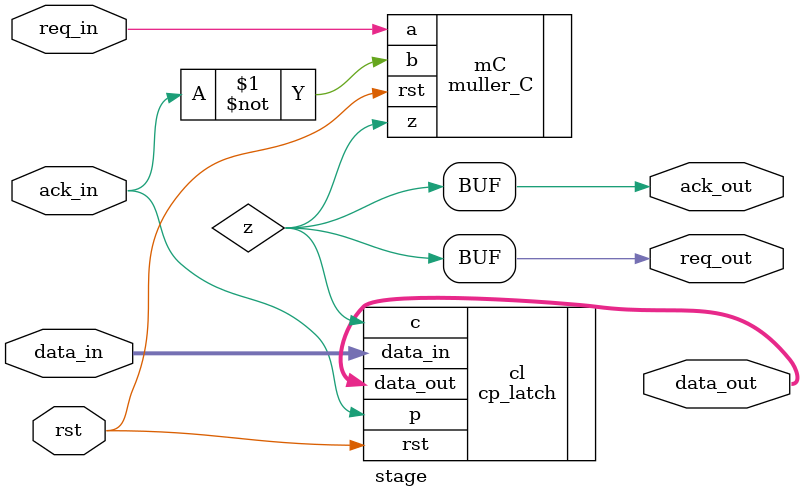
<source format=v>
module stage(req_in,ack_in,data_in,rst,req_out,ack_out,data_out);
  input req_in;
  input ack_in;
  input [2:0] data_in;
  input rst;
  output req_out;
  output ack_out;
  output [2:0] data_out;
  wire z;
  
  muller_C mC(
    .a(req_in),
    .b(~ack_in),
    .rst(rst),
    .z(z)
  );

  assign req_out=z;
  assign ack_out=z;
  
  
  cp_latch cl(
    .c(z),
    .p(ack_in),
    .rst(rst),
    .data_in(data_in),
    .data_out(data_out)
  );
endmodule
</source>
